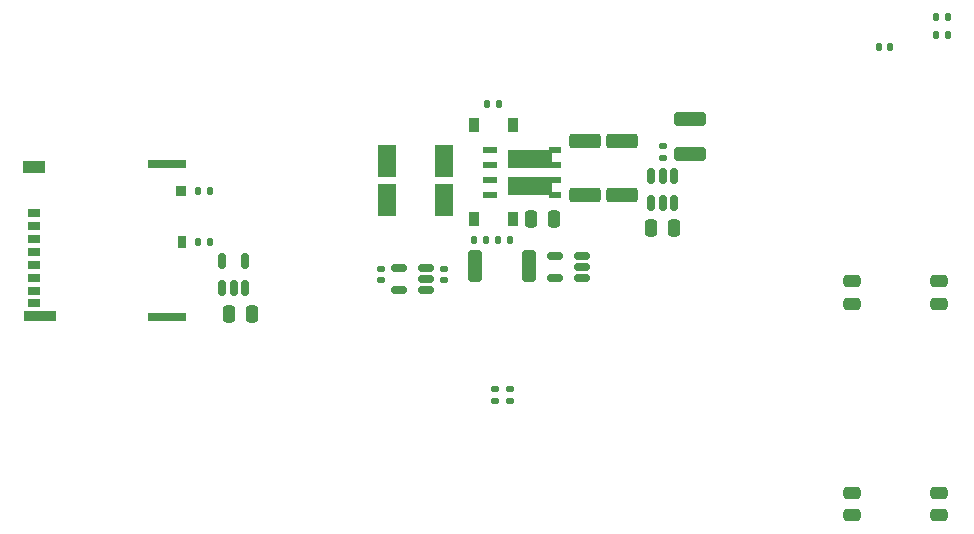
<source format=gbp>
G04 #@! TF.GenerationSoftware,KiCad,Pcbnew,(6.0.2-0)*
G04 #@! TF.CreationDate,2022-04-26T16:32:32-05:00*
G04 #@! TF.ProjectId,Pi2CM4,50693243-4d34-42e6-9b69-6361645f7063,rev?*
G04 #@! TF.SameCoordinates,Original*
G04 #@! TF.FileFunction,Paste,Bot*
G04 #@! TF.FilePolarity,Positive*
%FSLAX46Y46*%
G04 Gerber Fmt 4.6, Leading zero omitted, Abs format (unit mm)*
G04 Created by KiCad (PCBNEW (6.0.2-0)) date 2022-04-26 16:32:32*
%MOMM*%
%LPD*%
G01*
G04 APERTURE LIST*
G04 Aperture macros list*
%AMRoundRect*
0 Rectangle with rounded corners*
0 $1 Rounding radius*
0 $2 $3 $4 $5 $6 $7 $8 $9 X,Y pos of 4 corners*
0 Add a 4 corners polygon primitive as box body*
4,1,4,$2,$3,$4,$5,$6,$7,$8,$9,$2,$3,0*
0 Add four circle primitives for the rounded corners*
1,1,$1+$1,$2,$3*
1,1,$1+$1,$4,$5*
1,1,$1+$1,$6,$7*
1,1,$1+$1,$8,$9*
0 Add four rect primitives between the rounded corners*
20,1,$1+$1,$2,$3,$4,$5,0*
20,1,$1+$1,$4,$5,$6,$7,0*
20,1,$1+$1,$6,$7,$8,$9,0*
20,1,$1+$1,$8,$9,$2,$3,0*%
G04 Aperture macros list end*
%ADD10RoundRect,0.250000X-0.250000X-0.475000X0.250000X-0.475000X0.250000X0.475000X-0.250000X0.475000X0*%
%ADD11RoundRect,0.250000X-1.075000X0.362500X-1.075000X-0.362500X1.075000X-0.362500X1.075000X0.362500X0*%
%ADD12RoundRect,0.250000X-0.362500X-1.075000X0.362500X-1.075000X0.362500X1.075000X-0.362500X1.075000X0*%
%ADD13RoundRect,0.250000X1.075000X-0.362500X1.075000X0.362500X-1.075000X0.362500X-1.075000X-0.362500X0*%
%ADD14RoundRect,0.150000X0.512500X0.150000X-0.512500X0.150000X-0.512500X-0.150000X0.512500X-0.150000X0*%
%ADD15RoundRect,0.150000X0.150000X-0.512500X0.150000X0.512500X-0.150000X0.512500X-0.150000X-0.512500X0*%
%ADD16RoundRect,0.140000X-0.170000X0.140000X-0.170000X-0.140000X0.170000X-0.140000X0.170000X0.140000X0*%
%ADD17RoundRect,0.135000X-0.135000X-0.185000X0.135000X-0.185000X0.135000X0.185000X-0.135000X0.185000X0*%
%ADD18RoundRect,0.250000X0.475000X-0.250000X0.475000X0.250000X-0.475000X0.250000X-0.475000X-0.250000X0*%
%ADD19R,0.900000X1.200000*%
%ADD20RoundRect,0.135000X0.135000X0.185000X-0.135000X0.185000X-0.135000X-0.185000X0.135000X-0.185000X0*%
%ADD21RoundRect,0.250000X1.100000X-0.325000X1.100000X0.325000X-1.100000X0.325000X-1.100000X-0.325000X0*%
%ADD22RoundRect,0.250000X0.250000X0.475000X-0.250000X0.475000X-0.250000X-0.475000X0.250000X-0.475000X0*%
%ADD23RoundRect,0.135000X0.185000X-0.135000X0.185000X0.135000X-0.185000X0.135000X-0.185000X-0.135000X0*%
%ADD24R,1.500000X2.700000*%
%ADD25RoundRect,0.135000X-0.185000X0.135000X-0.185000X-0.135000X0.185000X-0.135000X0.185000X0.135000X0*%
%ADD26RoundRect,0.140000X-0.140000X-0.170000X0.140000X-0.170000X0.140000X0.170000X-0.140000X0.170000X0*%
%ADD27R,1.270000X0.610000*%
%ADD28R,1.020000X0.610000*%
%ADD29R,3.810000X1.650000*%
%ADD30R,1.100000X0.700000*%
%ADD31R,0.930000X0.900000*%
%ADD32R,0.780000X1.050000*%
%ADD33R,3.330000X0.700000*%
%ADD34R,2.800000X0.860000*%
%ADD35R,1.830000X1.140000*%
G04 APERTURE END LIST*
D10*
X63567000Y-45339000D03*
X65467000Y-45339000D03*
D11*
X68072000Y-38708500D03*
X68072000Y-43333500D03*
D12*
X58774500Y-49276000D03*
X63399500Y-49276000D03*
D13*
X71247000Y-38708500D03*
X71247000Y-43333500D03*
D14*
X67812500Y-48453000D03*
X67812500Y-49403000D03*
X67812500Y-50353000D03*
X65537500Y-50353000D03*
X65537500Y-48453000D03*
D15*
X39304000Y-51175500D03*
X38354000Y-51175500D03*
X37404000Y-51175500D03*
X37404000Y-48900500D03*
X39304000Y-48900500D03*
D16*
X50800000Y-49558000D03*
X50800000Y-50518000D03*
D17*
X60704000Y-47117000D03*
X61724000Y-47117000D03*
D18*
X90678000Y-70419000D03*
X90678000Y-68519000D03*
D19*
X61976000Y-37338000D03*
X58676000Y-37338000D03*
D20*
X60836000Y-35560000D03*
X59816000Y-35560000D03*
D18*
X98044000Y-52512000D03*
X98044000Y-50612000D03*
D16*
X56134000Y-49558000D03*
X56134000Y-50518000D03*
D18*
X90678000Y-52512000D03*
X90678000Y-50612000D03*
D21*
X76962000Y-39829000D03*
X76962000Y-36879000D03*
D18*
X98044000Y-70419000D03*
X98044000Y-68519000D03*
D20*
X59692000Y-47117000D03*
X58672000Y-47117000D03*
D19*
X61976000Y-45339000D03*
X58676000Y-45339000D03*
D22*
X75626000Y-46101000D03*
X73726000Y-46101000D03*
D15*
X75626000Y-43936500D03*
X74676000Y-43936500D03*
X73726000Y-43936500D03*
X73726000Y-41661500D03*
X74676000Y-41661500D03*
X75626000Y-41661500D03*
D23*
X74676000Y-40134000D03*
X74676000Y-39114000D03*
D14*
X54604500Y-49469000D03*
X54604500Y-50419000D03*
X54604500Y-51369000D03*
X52329500Y-51369000D03*
X52329500Y-49469000D03*
D20*
X98810000Y-29718000D03*
X97790000Y-29718000D03*
D24*
X56134000Y-40399000D03*
X51334000Y-40399000D03*
D25*
X60452000Y-59688000D03*
X60452000Y-60708000D03*
D20*
X36324000Y-47244000D03*
X35304000Y-47244000D03*
D22*
X39878000Y-53340000D03*
X37978000Y-53340000D03*
D24*
X51334000Y-43701000D03*
X56134000Y-43701000D03*
D26*
X92992000Y-30734000D03*
X93952000Y-30734000D03*
D27*
X60068000Y-43307000D03*
X60068000Y-42037000D03*
X60068000Y-40767000D03*
X60068000Y-39497000D03*
D28*
X65533000Y-39497000D03*
D29*
X63428000Y-40272000D03*
D28*
X65533000Y-40767000D03*
X65533000Y-42037000D03*
D29*
X63428000Y-42532000D03*
D28*
X65533000Y-43307000D03*
D20*
X36324000Y-42926000D03*
X35304000Y-42926000D03*
D30*
X21440000Y-44780000D03*
X21440000Y-45880000D03*
X21440000Y-46980000D03*
X21440000Y-48080000D03*
X21440000Y-49180000D03*
X21440000Y-50280000D03*
X21440000Y-51380000D03*
X21440000Y-52480000D03*
D31*
X33905000Y-42990000D03*
D32*
X33980000Y-47255000D03*
D33*
X32705000Y-40680000D03*
X32705000Y-53640000D03*
D34*
X21940000Y-53560000D03*
D35*
X21455000Y-40900000D03*
D20*
X98808000Y-28194000D03*
X97788000Y-28194000D03*
D23*
X61722000Y-60708000D03*
X61722000Y-59688000D03*
M02*

</source>
